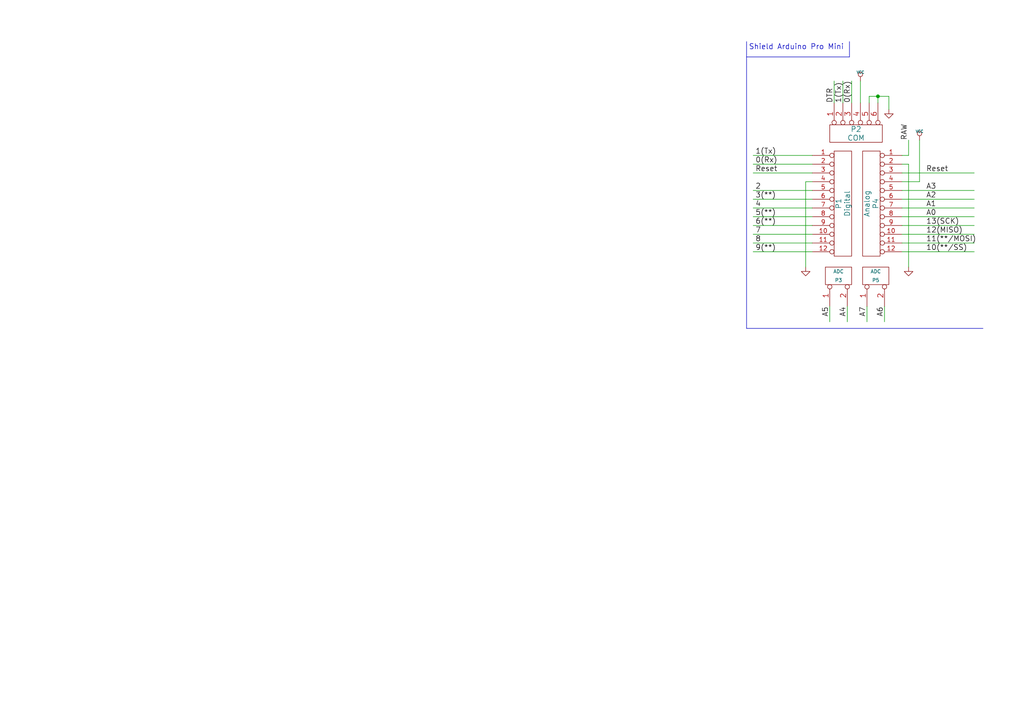
<source format=kicad_sch>
(kicad_sch (version 20230121) (generator eeschema)
  (paper "A4")
  (title_block (date "sam. 04 avril 2015"))
  (lib_symbols
    (symbol "Arduino_Pro_Mini-rescue:CONN_12" (pin_names (offset 1.016) hide)
      (property "Reference" "P" (at -1.27 0 90))
      (property "Value" "CONN_12" (at 1.27 0 90))
      (symbol "CONN_12_0_1"
        (rectangle (start -2.54 15.24) (end 2.54 -15.24))
      )
      (symbol "CONN_12_1_1"
        (pin passive inverted (at -8.89 13.97 0) (length 6.35) (name "P1") (number "1"))
        (pin passive inverted (at -8.89 -8.89 0) (length 6.35) (name "P10") (number "10"))
        (pin passive inverted (at -8.89 -11.43 0) (length 6.35) (name "P11") (number "11"))
        (pin passive inverted (at -8.89 -13.97 0) (length 6.35) (name "P12") (number "12"))
        (pin passive inverted (at -8.89 11.43 0) (length 6.35) (name "P2") (number "2"))
        (pin passive inverted (at -8.89 8.89 0) (length 6.35) (name "P3") (number "3"))
        (pin passive inverted (at -8.89 6.35 0) (length 6.35) (name "P4") (number "4"))
        (pin passive inverted (at -8.89 3.81 0) (length 6.35) (name "P5") (number "5"))
        (pin passive inverted (at -8.89 1.27 0) (length 6.35) (name "P6") (number "6"))
        (pin passive inverted (at -8.89 -1.27 0) (length 6.35) (name "P7") (number "7"))
        (pin passive inverted (at -8.89 -3.81 0) (length 6.35) (name "P8") (number "8"))
        (pin passive inverted (at -8.89 -6.35 0) (length 6.35) (name "P9") (number "9"))
      )
    )
    (symbol "Arduino_Pro_Mini-rescue:CONN_2" (pin_names (offset 1.016) hide)
      (property "Reference" "P" (at -1.27 0 90))
      (property "Value" "CONN_2" (at 1.27 0 90))
      (symbol "CONN_2_0_1"
        (rectangle (start -2.54 3.81) (end 2.54 -3.81))
      )
      (symbol "CONN_2_1_1"
        (pin passive inverted (at -8.89 2.54 0) (length 6.35) (name "P1") (number "1"))
        (pin passive inverted (at -8.89 -2.54 0) (length 6.35) (name "PM") (number "2"))
      )
    )
    (symbol "Arduino_Pro_Mini-rescue:CONN_6" (pin_names (offset 0.762) hide)
      (property "Reference" "P" (at -1.27 0 90))
      (property "Value" "CONN_6" (at 1.27 0 90))
      (symbol "CONN_6_0_1"
        (rectangle (start -2.54 7.62) (end 2.54 -7.62))
      )
      (symbol "CONN_6_1_1"
        (pin passive inverted (at -8.89 6.35 0) (length 6.35) (name "1") (number "1"))
        (pin passive inverted (at -8.89 3.81 0) (length 6.35) (name "2") (number "2"))
        (pin passive inverted (at -8.89 1.27 0) (length 6.35) (name "3") (number "3"))
        (pin passive inverted (at -8.89 -1.27 0) (length 6.35) (name "4") (number "4"))
        (pin passive inverted (at -8.89 -3.81 0) (length 6.35) (name "5") (number "5"))
        (pin passive inverted (at -8.89 -6.35 0) (length 6.35) (name "6") (number "6"))
      )
    )
    (symbol "Arduino_Pro_Mini-rescue:GND" (power) (pin_names (offset 0))
      (property "Value" "GND" (at 0 -3.81 0))
      (symbol "GND_0_1"
        (polyline (pts (xy 0 0) (xy 0 -1.27) (xy 1.27 -1.27) (xy 0 -2.54) (xy -1.27 -1.27) (xy 0 -1.27)))
      )
      (symbol "GND_1_1"
        (pin power_in line (at 0 0 270) (length 0) hide (name "GND") (number "1"))
      )
    )
    (symbol "Arduino_Pro_Mini-rescue:VCC" (power) (pin_names (offset 0))
      (property "Value" "VCC" (at 0 3.81 0))
      (symbol "VCC_0_1"
        (polyline (pts (xy 0 0) (xy 0 1.27)))
        (circle (center 0 1.905) (radius 0.635))
      )
      (symbol "VCC_1_1"
        (pin power_in line (at 0 0 90) (length 0) hide (name "VCC") (number "1"))
      )
    )
  )
  (junction (at 254.635 27.94))
  (wire (pts (xy 235.585 65.405) (xy 218.44 65.405)))
  (wire (pts (xy 282.575 62.865) (xy 261.62 62.865)))
  (wire (pts (xy 235.585 73.025) (xy 218.44 73.025)))
  (polyline (pts (xy 216.535 95.25) (xy 216.535 12.065)))
  (wire (pts (xy 252.095 27.94) (xy 254.635 27.94)))
  (wire (pts (xy 245.745 88.9) (xy 245.745 93.345)))
  (wire (pts (xy 249.555 29.845) (xy 249.555 23.495)))
  (wire (pts (xy 282.575 73.025) (xy 261.62 73.025)))
  (wire (pts (xy 235.585 47.625) (xy 218.44 47.625)))
  (wire (pts (xy 282.575 67.945) (xy 261.62 67.945)))
  (wire (pts (xy 256.54 88.9) (xy 256.54 93.345)))
  (wire (pts (xy 266.7 52.705) (xy 266.7 40.64)))
  (polyline (pts (xy 285.115 95.25) (xy 216.535 95.25)))
  (wire (pts (xy 233.68 52.705) (xy 235.585 52.705)))
  (wire (pts (xy 235.585 50.165) (xy 218.44 50.165)))
  (polyline (pts (xy 216.535 16.51) (xy 246.38 16.51)))
  (wire (pts (xy 235.585 62.865) (xy 218.44 62.865)))
  (wire (pts (xy 263.525 45.085) (xy 263.525 40.64)))
  (wire (pts (xy 252.095 29.845) (xy 252.095 27.94)))
  (wire (pts (xy 235.585 57.785) (xy 218.44 57.785)))
  (wire (pts (xy 244.475 29.845) (xy 244.475 23.495)))
  (polyline (pts (xy 246.38 16.51) (xy 246.38 12.065)))
  (wire (pts (xy 261.62 45.085) (xy 263.525 45.085)))
  (wire (pts (xy 282.575 70.485) (xy 261.62 70.485)))
  (wire (pts (xy 263.525 47.625) (xy 261.62 47.625)))
  (wire (pts (xy 235.585 55.245) (xy 218.44 55.245)))
  (wire (pts (xy 235.585 67.945) (xy 218.44 67.945)))
  (wire (pts (xy 235.585 60.325) (xy 218.44 60.325)))
  (wire (pts (xy 257.81 27.94) (xy 257.81 31.75)))
  (wire (pts (xy 282.575 60.325) (xy 261.62 60.325)))
  (wire (pts (xy 261.62 52.705) (xy 266.7 52.705)))
  (wire (pts (xy 233.68 77.47) (xy 233.68 52.705)))
  (wire (pts (xy 247.015 29.845) (xy 247.015 23.495)))
  (wire (pts (xy 254.635 27.94) (xy 257.81 27.94)))
  (wire (pts (xy 241.935 29.845) (xy 241.935 23.495)))
  (wire (pts (xy 282.575 50.165) (xy 261.62 50.165)))
  (wire (pts (xy 235.585 70.485) (xy 218.44 70.485)))
  (wire (pts (xy 240.665 88.9) (xy 240.665 93.345)))
  (wire (pts (xy 282.575 57.785) (xy 261.62 57.785)))
  (wire (pts (xy 235.585 45.085) (xy 218.44 45.085)))
  (wire (pts (xy 282.575 55.245) (xy 261.62 55.245)))
  (wire (pts (xy 254.635 27.94) (xy 254.635 29.845)))
  (wire (pts (xy 282.575 65.405) (xy 261.62 65.405)))
  (wire (pts (xy 251.46 88.9) (xy 251.46 93.345)))
  (wire (pts (xy 263.525 77.47) (xy 263.525 47.625)))
  (text "Shield Arduino Pro Mini \n" (at 217.17 14.605 0) (effects (font (size 1.524 1.524)) (justify left bottom)))
  (label "9(**)" (at 219.075 73.025 0) (effects (font (size 1.524 1.524))))
  (label "1(Tx)" (at 244.475 29.845 90) (effects (font (size 1.524 1.524))))
  (label "RAW" (at 263.525 40.64 90) (effects (font (size 1.524 1.524))))
  (label "10(**/SS)" (at 268.605 73.025 0) (effects (font (size 1.524 1.524))))
  (label "7" (at 219.075 67.945 0) (effects (font (size 1.524 1.524))))
  (label "8" (at 219.075 70.485 0) (effects (font (size 1.524 1.524))))
  (label "3(**)" (at 219.075 57.785 0) (effects (font (size 1.524 1.524))))
  (label "A2" (at 268.605 57.785 0) (effects (font (size 1.524 1.524))))
  (label "6(**)" (at 219.075 65.405 0) (effects (font (size 1.524 1.524))))
  (label "1(Tx)" (at 219.075 45.085 0) (effects (font (size 1.524 1.524))))
  (label "A7" (at 251.46 88.9 270) (effects (font (size 1.524 1.524))))
  (label "0(Rx)" (at 219.075 47.625 0) (effects (font (size 1.524 1.524))))
  (label "Reset" (at 268.605 50.165 0) (effects (font (size 1.524 1.524))))
  (label "Reset" (at 219.075 50.165 0) (effects (font (size 1.524 1.524))))
  (label "DTR" (at 241.935 29.845 90) (effects (font (size 1.524 1.524))))
  (label "A5" (at 240.665 88.9 270) (effects (font (size 1.524 1.524))))
  (label "4" (at 219.075 60.325 0) (effects (font (size 1.524 1.524))))
  (label "A1" (at 268.605 60.325 0) (effects (font (size 1.524 1.524))))
  (label "2" (at 219.075 55.245 0) (effects (font (size 1.524 1.524))))
  (label "5(**)" (at 219.075 62.865 0) (effects (font (size 1.524 1.524))))
  (label "A6" (at 256.54 88.9 270) (effects (font (size 1.524 1.524))))
  (label "A0" (at 268.605 62.865 0) (effects (font (size 1.524 1.524))))
  (label "11(**/MOSI)" (at 268.605 70.485 0) (effects (font (size 1.524 1.524))))
  (label "A4" (at 245.745 88.9 270) (effects (font (size 1.524 1.524))))
  (label "A3" (at 268.605 55.245 0) (effects (font (size 1.524 1.524))))
  (label "0(Rx)" (at 247.015 29.845 90) (effects (font (size 1.524 1.524))))
  (label "13(SCK)" (at 268.605 65.405 0) (effects (font (size 1.524 1.524))))
  (label "12(MISO)" (at 268.605 67.945 0) (effects (font (size 1.524 1.524))))
  (symbol (lib_id "Arduino_Pro_Mini-rescue:CONN_12") (at 244.475 59.055 0) (unit 1)
    (property "Reference" "P1" (at 243.205 59.055 90) (effects (font (size 1.524 1.524))))
    (property "Value" "Digital" (at 245.745 59.055 90) (effects (font (size 1.524 1.524))))
    (property "Footprint" "Socket_Arduino_Pro_Mini:Socket_Strip_Arduino_1x12" (effects hide))
  )
  (symbol (lib_id "Arduino_Pro_Mini-rescue:CONN_12") (at 252.73 59.055 0) (mirror y) (unit 1)
    (property "Reference" "P4" (at 254 59.055 90) (effects (font (size 1.524 1.524))))
    (property "Value" "Analog" (at 251.46 59.055 90) (effects (font (size 1.524 1.524))))
    (property "Footprint" "Socket_Arduino_Pro_Mini:Socket_Strip_Arduino_1x12" (effects hide))
  )
  (symbol (lib_id "Arduino_Pro_Mini-rescue:CONN_6") (at 248.285 38.735 90) (mirror x) (unit 1)
    (property "Reference" "P2" (at 248.285 37.465 90) (effects (font (size 1.524 1.524))))
    (property "Value" "COM" (at 248.285 40.005 90) (effects (font (size 1.524 1.524))))
    (property "Footprint" "Socket_Arduino_Pro_Mini:Socket_Strip_Arduino_1x06" (effects hide))
  )
  (symbol (lib_id "Arduino_Pro_Mini-rescue:GND") (at 233.68 77.47 0) (unit 1)
    (property "Reference" "#PWR01" (effects hide))
    (property "Value" "GND" (effects hide))
  )
  (symbol (lib_id "Arduino_Pro_Mini-rescue:GND") (at 263.525 77.47 0) (unit 1)
    (property "Reference" "#PWR02" (effects hide))
    (property "Value" "GND" (effects hide))
  )
  (symbol (lib_id "Arduino_Pro_Mini-rescue:VCC") (at 266.7 40.64 0) (unit 1)
    (property "Reference" "#PWR03" (effects hide))
    (property "Value" "VCC" (at 266.7 38.1 0) (effects (font (size 0.762 0.762))))
  )
  (symbol (lib_id "Arduino_Pro_Mini-rescue:GND") (at 257.81 31.75 0) (unit 1)
    (property "Reference" "#PWR04" (effects hide))
    (property "Value" "GND" (effects hide))
  )
  (symbol (lib_id "Arduino_Pro_Mini-rescue:VCC") (at 249.555 23.495 0) (unit 1)
    (property "Reference" "#PWR05" (effects hide))
    (property "Value" "VCC" (at 249.555 20.955 0) (effects (font (size 0.762 0.762))))
  )
  (symbol (lib_id "Arduino_Pro_Mini-rescue:CONN_2") (at 243.205 80.01 90) (unit 1)
    (property "Reference" "P3" (at 243.205 81.28 90) (effects (font (size 1.016 1.016))))
    (property "Value" "ADC" (at 243.205 78.74 90) (effects (font (size 1.016 1.016))))
    (property "Footprint" "Socket_Arduino_Pro_Mini:Socket_Strip_Arduino_1x02" (effects hide))
  )
  (symbol (lib_id "Arduino_Pro_Mini-rescue:CONN_2") (at 254 80.01 90) (unit 1)
    (property "Reference" "P5" (at 254 81.28 90) (effects (font (size 1.016 1.016))))
    (property "Value" "ADC" (at 254 78.74 90) (effects (font (size 1.016 1.016))))
    (property "Footprint" "Socket_Arduino_Pro_Mini:Socket_Strip_Arduino_1x02" (effects hide))
  )
)
</source>
